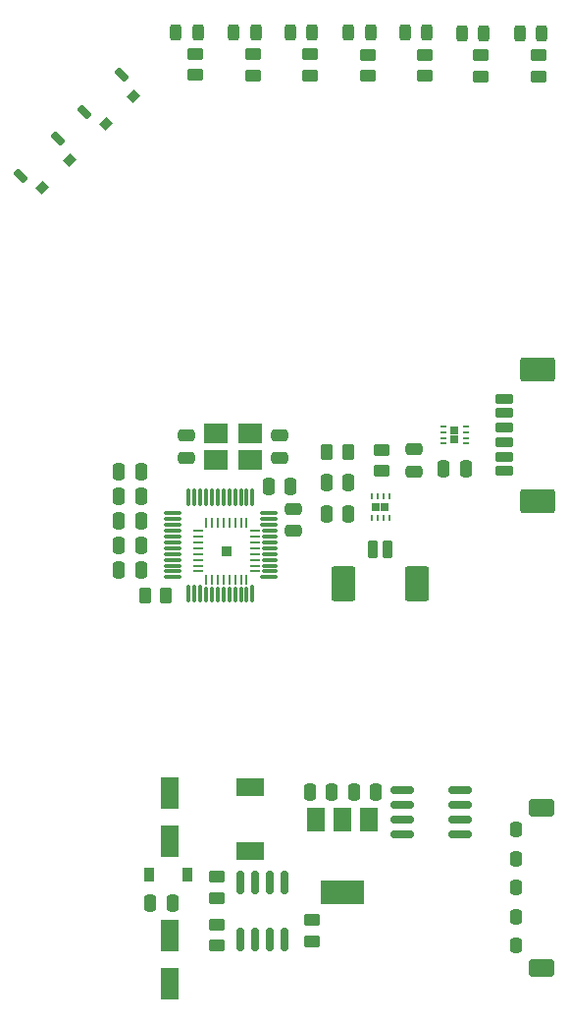
<source format=gbr>
G04 #@! TF.GenerationSoftware,KiCad,Pcbnew,(6.0.1-0)*
G04 #@! TF.CreationDate,2022-08-23T11:47:08-04:00*
G04 #@! TF.ProjectId,mobo,6d6f626f-2e6b-4696-9361-645f70636258,rev?*
G04 #@! TF.SameCoordinates,Original*
G04 #@! TF.FileFunction,Paste,Top*
G04 #@! TF.FilePolarity,Positive*
%FSLAX46Y46*%
G04 Gerber Fmt 4.6, Leading zero omitted, Abs format (unit mm)*
G04 Created by KiCad (PCBNEW (6.0.1-0)) date 2022-08-23 11:47:08*
%MOMM*%
%LPD*%
G01*
G04 APERTURE LIST*
G04 Aperture macros list*
%AMRoundRect*
0 Rectangle with rounded corners*
0 $1 Rounding radius*
0 $2 $3 $4 $5 $6 $7 $8 $9 X,Y pos of 4 corners*
0 Add a 4 corners polygon primitive as box body*
4,1,4,$2,$3,$4,$5,$6,$7,$8,$9,$2,$3,0*
0 Add four circle primitives for the rounded corners*
1,1,$1+$1,$2,$3*
1,1,$1+$1,$4,$5*
1,1,$1+$1,$6,$7*
1,1,$1+$1,$8,$9*
0 Add four rect primitives between the rounded corners*
20,1,$1+$1,$2,$3,$4,$5,0*
20,1,$1+$1,$4,$5,$6,$7,0*
20,1,$1+$1,$6,$7,$8,$9,0*
20,1,$1+$1,$8,$9,$2,$3,0*%
G04 Aperture macros list end*
%ADD10RoundRect,0.250000X-0.450000X0.262500X-0.450000X-0.262500X0.450000X-0.262500X0.450000X0.262500X0*%
%ADD11RoundRect,0.250000X0.450000X-0.262500X0.450000X0.262500X-0.450000X0.262500X-0.450000X-0.262500X0*%
%ADD12RoundRect,0.250000X-0.250000X-0.475000X0.250000X-0.475000X0.250000X0.475000X-0.250000X0.475000X0*%
%ADD13R,0.750000X0.650000*%
%ADD14R,0.500000X0.250000*%
%ADD15RoundRect,0.075000X-0.075000X0.662500X-0.075000X-0.662500X0.075000X-0.662500X0.075000X0.662500X0*%
%ADD16RoundRect,0.075000X-0.662500X0.075000X-0.662500X-0.075000X0.662500X-0.075000X0.662500X0.075000X0*%
%ADD17RoundRect,0.075000X-0.075000X0.575000X-0.075000X-0.575000X0.075000X-0.575000X0.075000X0.575000X0*%
%ADD18RoundRect,0.075000X-0.575000X0.075000X-0.575000X-0.075000X0.575000X-0.075000X0.575000X0.075000X0*%
%ADD19RoundRect,0.243750X-0.243750X-0.456250X0.243750X-0.456250X0.243750X0.456250X-0.243750X0.456250X0*%
%ADD20R,1.500000X2.000000*%
%ADD21R,3.800000X2.000000*%
%ADD22R,2.100000X1.800000*%
%ADD23RoundRect,0.250000X0.550000X-1.137500X0.550000X1.137500X-0.550000X1.137500X-0.550000X-1.137500X0*%
%ADD24RoundRect,0.250000X-0.550000X1.137500X-0.550000X-1.137500X0.550000X-1.137500X0.550000X1.137500X0*%
%ADD25RoundRect,0.250000X0.475000X-0.250000X0.475000X0.250000X-0.475000X0.250000X-0.475000X-0.250000X0*%
%ADD26RoundRect,0.100000X0.035355X0.459619X-0.459619X-0.035355X-0.035355X-0.459619X0.459619X0.035355X0*%
%ADD27RoundRect,0.075000X0.212132X-0.530330X0.530330X-0.212132X-0.212132X0.530330X-0.530330X0.212132X0*%
%ADD28R,0.650000X0.750000*%
%ADD29R,0.250000X0.500000*%
%ADD30RoundRect,0.200000X0.600000X-0.200000X0.600000X0.200000X-0.600000X0.200000X-0.600000X-0.200000X0*%
%ADD31RoundRect,0.250001X1.249999X-0.799999X1.249999X0.799999X-1.249999X0.799999X-1.249999X-0.799999X0*%
%ADD32RoundRect,0.250000X0.262500X0.450000X-0.262500X0.450000X-0.262500X-0.450000X0.262500X-0.450000X0*%
%ADD33RoundRect,0.200000X-0.200000X-0.600000X0.200000X-0.600000X0.200000X0.600000X-0.200000X0.600000X0*%
%ADD34RoundRect,0.250001X-0.799999X-1.249999X0.799999X-1.249999X0.799999X1.249999X-0.799999X1.249999X0*%
%ADD35RoundRect,0.150000X-0.825000X-0.150000X0.825000X-0.150000X0.825000X0.150000X-0.825000X0.150000X0*%
%ADD36RoundRect,0.250000X0.250000X0.475000X-0.250000X0.475000X-0.250000X-0.475000X0.250000X-0.475000X0*%
%ADD37R,2.400000X1.500000*%
%ADD38RoundRect,0.232500X-0.232500X0.232500X-0.232500X-0.232500X0.232500X-0.232500X0.232500X0.232500X0*%
%ADD39RoundRect,0.062500X-0.062500X0.375000X-0.062500X-0.375000X0.062500X-0.375000X0.062500X0.375000X0*%
%ADD40RoundRect,0.062500X-0.375000X0.062500X-0.375000X-0.062500X0.375000X-0.062500X0.375000X0.062500X0*%
%ADD41RoundRect,0.250000X-0.475000X0.250000X-0.475000X-0.250000X0.475000X-0.250000X0.475000X0.250000X0*%
%ADD42RoundRect,0.250000X0.250000X-0.400000X0.250000X0.400000X-0.250000X0.400000X-0.250000X-0.400000X0*%
%ADD43RoundRect,0.150000X0.925000X-0.600000X0.925000X0.600000X-0.925000X0.600000X-0.925000X-0.600000X0*%
%ADD44RoundRect,0.150000X-0.150000X0.825000X-0.150000X-0.825000X0.150000X-0.825000X0.150000X0.825000X0*%
%ADD45R,0.900000X1.200000*%
G04 APERTURE END LIST*
D10*
X119700000Y-34237500D03*
X119700000Y-36062500D03*
D11*
X101800000Y-111012500D03*
X101800000Y-109187500D03*
D12*
X109800000Y-97750000D03*
X111700000Y-97750000D03*
X93350000Y-70200000D03*
X95250000Y-70200000D03*
D13*
X122300000Y-67400000D03*
X122300000Y-66600000D03*
D14*
X123250000Y-67750000D03*
X123250000Y-67250000D03*
X123250000Y-66750000D03*
X123250000Y-66250000D03*
X121350000Y-66250000D03*
X121350000Y-66750000D03*
X121350000Y-67250000D03*
X121350000Y-67750000D03*
D10*
X116000000Y-68287500D03*
X116000000Y-70112500D03*
D15*
X104863335Y-72350240D03*
X104363335Y-72350240D03*
X103863335Y-72350240D03*
X103363335Y-72350240D03*
X102863335Y-72350240D03*
X102363335Y-72350240D03*
X101863335Y-72350240D03*
X101363335Y-72350240D03*
X100863335Y-72350240D03*
X100363335Y-72350240D03*
X99863335Y-72350240D03*
X99363335Y-72350240D03*
D16*
X97950835Y-73762740D03*
X97950835Y-74262740D03*
X97950835Y-74762740D03*
X97950835Y-75262740D03*
X97950835Y-75762740D03*
X97950835Y-76262740D03*
X97950835Y-76762740D03*
X97950835Y-77262740D03*
X97950835Y-77762740D03*
X97950835Y-78262740D03*
X97950835Y-78762740D03*
X97950835Y-79262740D03*
D15*
X99363335Y-80675240D03*
X99863335Y-80675240D03*
X100363335Y-80675240D03*
D17*
X100863335Y-80762740D03*
X101363335Y-80762740D03*
X101863335Y-80762740D03*
X102363335Y-80762740D03*
X102863335Y-80762740D03*
X103363335Y-80762740D03*
X103863335Y-80762740D03*
X104363335Y-80762740D03*
D15*
X104863335Y-80675240D03*
D16*
X106275835Y-79262740D03*
D18*
X106365835Y-78762740D03*
X106365835Y-78262740D03*
X106365835Y-77762740D03*
X106365835Y-77262740D03*
X106365835Y-76762740D03*
X106365835Y-76262740D03*
X106365835Y-75762740D03*
X106365835Y-75262740D03*
D16*
X106275835Y-74762740D03*
X106275835Y-74262740D03*
X106275835Y-73762740D03*
D10*
X104900000Y-34187500D03*
X104900000Y-36012500D03*
D19*
X108162500Y-32300000D03*
X110037500Y-32300000D03*
D10*
X99900000Y-34175000D03*
X99900000Y-36000000D03*
D20*
X114950000Y-100100000D03*
D21*
X112650000Y-106400000D03*
D20*
X112650000Y-100100000D03*
X110350000Y-100100000D03*
D22*
X104637740Y-66861905D03*
X101737740Y-66861905D03*
X101737740Y-69161905D03*
X104637740Y-69161905D03*
D12*
X93350000Y-78600000D03*
X95250000Y-78600000D03*
D11*
X101800000Y-106912500D03*
X101800000Y-105087500D03*
D10*
X114800000Y-34237500D03*
X114800000Y-36062500D03*
X129550000Y-34287500D03*
X129550000Y-36112500D03*
D23*
X97700000Y-114262500D03*
X97700000Y-110137500D03*
D24*
X97700000Y-97837500D03*
X97700000Y-101962500D03*
D12*
X111250000Y-73800000D03*
X113150000Y-73800000D03*
D10*
X124600000Y-34287500D03*
X124600000Y-36112500D03*
D25*
X108400000Y-75250000D03*
X108400000Y-73350000D03*
D26*
X92187868Y-40192031D03*
X94592031Y-37787868D03*
D27*
X93602082Y-35949390D03*
X90349390Y-39202082D03*
D12*
X96050000Y-107300000D03*
X97950000Y-107300000D03*
D28*
X115500000Y-73200000D03*
X116300000Y-73200000D03*
D29*
X115150000Y-74150000D03*
X115650000Y-74150000D03*
X116150000Y-74150000D03*
X116650000Y-74150000D03*
X116650000Y-72250000D03*
X116150000Y-72250000D03*
X115650000Y-72250000D03*
X115150000Y-72250000D03*
D30*
X126600000Y-70125000D03*
X126600000Y-68875000D03*
X126600000Y-67625000D03*
X126600000Y-66375000D03*
X126600000Y-65125000D03*
X126600000Y-63875000D03*
D31*
X129500000Y-61325000D03*
X129500000Y-72675000D03*
D12*
X113600000Y-97750000D03*
X115500000Y-97750000D03*
X93350000Y-76500000D03*
X95250000Y-76500000D03*
D32*
X113112500Y-68500000D03*
X111287500Y-68500000D03*
D19*
X122962500Y-32400000D03*
X124837500Y-32400000D03*
D12*
X111250000Y-71100000D03*
X113150000Y-71100000D03*
D19*
X103262500Y-32300000D03*
X105137500Y-32300000D03*
D33*
X115275000Y-76900000D03*
X116525000Y-76900000D03*
D34*
X119075000Y-79800000D03*
X112725000Y-79800000D03*
D35*
X117825000Y-97595000D03*
X117825000Y-98865000D03*
X117825000Y-100135000D03*
X117825000Y-101405000D03*
X122775000Y-101405000D03*
X122775000Y-100135000D03*
X122775000Y-98865000D03*
X122775000Y-97595000D03*
D32*
X97412500Y-80800000D03*
X95587500Y-80800000D03*
D36*
X108150000Y-71400000D03*
X106250000Y-71400000D03*
D37*
X104700000Y-102850000D03*
X104700000Y-97350000D03*
D38*
X102613335Y-77012740D03*
D39*
X104363335Y-74575240D03*
X103863335Y-74575240D03*
X103363335Y-74575240D03*
X102863335Y-74575240D03*
X102363335Y-74575240D03*
X101863335Y-74575240D03*
X101363335Y-74575240D03*
X100863335Y-74575240D03*
D40*
X100175835Y-75262740D03*
X100175835Y-75762740D03*
X100175835Y-76262740D03*
X100175835Y-76762740D03*
X100175835Y-77262740D03*
X100175835Y-77762740D03*
X100175835Y-78262740D03*
X100175835Y-78762740D03*
D39*
X100863335Y-79450240D03*
X101363335Y-79450240D03*
X101863335Y-79450240D03*
X102363335Y-79450240D03*
X102863335Y-79450240D03*
X103363335Y-79450240D03*
X103863335Y-79450240D03*
X104363335Y-79450240D03*
D40*
X105050835Y-78762740D03*
X105050835Y-78262740D03*
X105050835Y-77762740D03*
X105050835Y-77262740D03*
X105050835Y-76762740D03*
X105050835Y-76262740D03*
X105050835Y-75762740D03*
X105050835Y-75262740D03*
D12*
X121350000Y-69900000D03*
X123250000Y-69900000D03*
D19*
X98262500Y-32287500D03*
X100137500Y-32287500D03*
D41*
X107187740Y-67061905D03*
X107187740Y-68961905D03*
D19*
X118062500Y-32350000D03*
X119937500Y-32350000D03*
D12*
X93350000Y-74400000D03*
X95250000Y-74400000D03*
D42*
X127645000Y-111000000D03*
X127645000Y-108500000D03*
X127645000Y-106000000D03*
X127645000Y-103500000D03*
X127645000Y-101000000D03*
D43*
X129795000Y-112900000D03*
X129795000Y-99100000D03*
D11*
X110000000Y-110600000D03*
X110000000Y-108775000D03*
D25*
X99187740Y-68961905D03*
X99187740Y-67061905D03*
D12*
X93350000Y-72300000D03*
X95250000Y-72300000D03*
D19*
X113162500Y-32350000D03*
X115037500Y-32350000D03*
D44*
X107605000Y-105525000D03*
X106335000Y-105525000D03*
X105065000Y-105525000D03*
X103795000Y-105525000D03*
X103795000Y-110475000D03*
X105065000Y-110475000D03*
X106335000Y-110475000D03*
X107605000Y-110475000D03*
D26*
X86687868Y-45692031D03*
X89092031Y-43287868D03*
D27*
X88102082Y-41449390D03*
X84849390Y-44702082D03*
D19*
X127912500Y-32400000D03*
X129787500Y-32400000D03*
D10*
X109800000Y-34187500D03*
X109800000Y-36012500D03*
D25*
X118800000Y-70150000D03*
X118800000Y-68250000D03*
D45*
X99250000Y-104900000D03*
X95950000Y-104900000D03*
M02*

</source>
